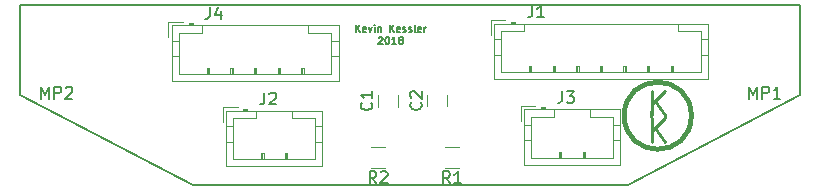
<source format=gto>
%TF.GenerationSoftware,KiCad,Pcbnew,4.0.7-e2-6376~58~ubuntu16.04.1*%
%TF.CreationDate,2018-01-05T22:29:52-05:00*%
%TF.ProjectId,GarageFrontPanel,47617261676546726F6E7450616E656C,rev?*%
%TF.FileFunction,Legend,Top*%
%FSLAX46Y46*%
G04 Gerber Fmt 4.6, Leading zero omitted, Abs format (unit mm)*
G04 Created by KiCad (PCBNEW 4.0.7-e2-6376~58~ubuntu16.04.1) date Fri Jan  5 22:29:52 2018*
%MOMM*%
%LPD*%
G01*
G04 APERTURE LIST*
%ADD10C,0.150000*%
%ADD11C,0.127000*%
%ADD12C,0.120000*%
%ADD13C,0.254000*%
%ADD14C,0.444500*%
G04 APERTURE END LIST*
D10*
D11*
X152900428Y-91197929D02*
X152900428Y-90597929D01*
X153243285Y-91197929D02*
X152986142Y-90855071D01*
X153243285Y-90597929D02*
X152900428Y-90940786D01*
X153729000Y-91169357D02*
X153671857Y-91197929D01*
X153557571Y-91197929D01*
X153500428Y-91169357D01*
X153471857Y-91112214D01*
X153471857Y-90883643D01*
X153500428Y-90826500D01*
X153557571Y-90797929D01*
X153671857Y-90797929D01*
X153729000Y-90826500D01*
X153757571Y-90883643D01*
X153757571Y-90940786D01*
X153471857Y-90997929D01*
X153957571Y-90797929D02*
X154100428Y-91197929D01*
X154243286Y-90797929D01*
X154471857Y-91197929D02*
X154471857Y-90797929D01*
X154471857Y-90597929D02*
X154443286Y-90626500D01*
X154471857Y-90655071D01*
X154500429Y-90626500D01*
X154471857Y-90597929D01*
X154471857Y-90655071D01*
X154757571Y-90797929D02*
X154757571Y-91197929D01*
X154757571Y-90855071D02*
X154786143Y-90826500D01*
X154843285Y-90797929D01*
X154929000Y-90797929D01*
X154986143Y-90826500D01*
X155014714Y-90883643D01*
X155014714Y-91197929D01*
X155757571Y-91197929D02*
X155757571Y-90597929D01*
X156100428Y-91197929D02*
X155843285Y-90855071D01*
X156100428Y-90597929D02*
X155757571Y-90940786D01*
X156586143Y-91169357D02*
X156529000Y-91197929D01*
X156414714Y-91197929D01*
X156357571Y-91169357D01*
X156329000Y-91112214D01*
X156329000Y-90883643D01*
X156357571Y-90826500D01*
X156414714Y-90797929D01*
X156529000Y-90797929D01*
X156586143Y-90826500D01*
X156614714Y-90883643D01*
X156614714Y-90940786D01*
X156329000Y-90997929D01*
X156843286Y-91169357D02*
X156900429Y-91197929D01*
X157014714Y-91197929D01*
X157071857Y-91169357D01*
X157100429Y-91112214D01*
X157100429Y-91083643D01*
X157071857Y-91026500D01*
X157014714Y-90997929D01*
X156929000Y-90997929D01*
X156871857Y-90969357D01*
X156843286Y-90912214D01*
X156843286Y-90883643D01*
X156871857Y-90826500D01*
X156929000Y-90797929D01*
X157014714Y-90797929D01*
X157071857Y-90826500D01*
X157329000Y-91169357D02*
X157386143Y-91197929D01*
X157500428Y-91197929D01*
X157557571Y-91169357D01*
X157586143Y-91112214D01*
X157586143Y-91083643D01*
X157557571Y-91026500D01*
X157500428Y-90997929D01*
X157414714Y-90997929D01*
X157357571Y-90969357D01*
X157329000Y-90912214D01*
X157329000Y-90883643D01*
X157357571Y-90826500D01*
X157414714Y-90797929D01*
X157500428Y-90797929D01*
X157557571Y-90826500D01*
X157928999Y-91197929D02*
X157871857Y-91169357D01*
X157843285Y-91112214D01*
X157843285Y-90597929D01*
X158386143Y-91169357D02*
X158329000Y-91197929D01*
X158214714Y-91197929D01*
X158157571Y-91169357D01*
X158129000Y-91112214D01*
X158129000Y-90883643D01*
X158157571Y-90826500D01*
X158214714Y-90797929D01*
X158329000Y-90797929D01*
X158386143Y-90826500D01*
X158414714Y-90883643D01*
X158414714Y-90940786D01*
X158129000Y-90997929D01*
X158671857Y-91197929D02*
X158671857Y-90797929D01*
X158671857Y-90912214D02*
X158700429Y-90855071D01*
X158729000Y-90826500D01*
X158786143Y-90797929D01*
X158843286Y-90797929D01*
X154800428Y-91682071D02*
X154828999Y-91653500D01*
X154886142Y-91624929D01*
X155028999Y-91624929D01*
X155086142Y-91653500D01*
X155114713Y-91682071D01*
X155143285Y-91739214D01*
X155143285Y-91796357D01*
X155114713Y-91882071D01*
X154771856Y-92224929D01*
X155143285Y-92224929D01*
X155514714Y-91624929D02*
X155571857Y-91624929D01*
X155629000Y-91653500D01*
X155657571Y-91682071D01*
X155686142Y-91739214D01*
X155714714Y-91853500D01*
X155714714Y-91996357D01*
X155686142Y-92110643D01*
X155657571Y-92167786D01*
X155629000Y-92196357D01*
X155571857Y-92224929D01*
X155514714Y-92224929D01*
X155457571Y-92196357D01*
X155429000Y-92167786D01*
X155400428Y-92110643D01*
X155371857Y-91996357D01*
X155371857Y-91853500D01*
X155400428Y-91739214D01*
X155429000Y-91682071D01*
X155457571Y-91653500D01*
X155514714Y-91624929D01*
X156286143Y-92224929D02*
X155943286Y-92224929D01*
X156114714Y-92224929D02*
X156114714Y-91624929D01*
X156057571Y-91710643D01*
X156000429Y-91767786D01*
X155943286Y-91796357D01*
X156629000Y-91882071D02*
X156571858Y-91853500D01*
X156543286Y-91824929D01*
X156514715Y-91767786D01*
X156514715Y-91739214D01*
X156543286Y-91682071D01*
X156571858Y-91653500D01*
X156629000Y-91624929D01*
X156743286Y-91624929D01*
X156800429Y-91653500D01*
X156829000Y-91682071D01*
X156857572Y-91739214D01*
X156857572Y-91767786D01*
X156829000Y-91824929D01*
X156800429Y-91853500D01*
X156743286Y-91882071D01*
X156629000Y-91882071D01*
X156571858Y-91910643D01*
X156543286Y-91939214D01*
X156514715Y-91996357D01*
X156514715Y-92110643D01*
X156543286Y-92167786D01*
X156571858Y-92196357D01*
X156629000Y-92224929D01*
X156743286Y-92224929D01*
X156800429Y-92196357D01*
X156829000Y-92167786D01*
X156857572Y-92110643D01*
X156857572Y-91996357D01*
X156829000Y-91939214D01*
X156800429Y-91910643D01*
X156743286Y-91882071D01*
X139065000Y-104140000D02*
X175895000Y-104140000D01*
X190500000Y-96520000D02*
X190500000Y-88900000D01*
X175895000Y-104140000D02*
X190500000Y-96520000D01*
X124460000Y-96520000D02*
X139065000Y-104140000D01*
X124460000Y-88900000D02*
X124460000Y-96520000D01*
X190500000Y-88900000D02*
X124460000Y-88900000D01*
D12*
X154725000Y-96528000D02*
X154725000Y-97528000D01*
X156425000Y-97528000D02*
X156425000Y-96528000D01*
X158916000Y-96508000D02*
X158916000Y-97508000D01*
X160616000Y-97508000D02*
X160616000Y-96508000D01*
X160389000Y-100974000D02*
X161589000Y-100974000D01*
X161589000Y-102734000D02*
X160389000Y-102734000D01*
X154166000Y-100974000D02*
X155366000Y-100974000D01*
X155366000Y-102734000D02*
X154166000Y-102734000D01*
X164574000Y-90529000D02*
X164574000Y-95229000D01*
X164574000Y-95229000D02*
X182674000Y-95229000D01*
X182674000Y-95229000D02*
X182674000Y-90529000D01*
X182674000Y-90529000D02*
X164574000Y-90529000D01*
X167124000Y-90529000D02*
X167124000Y-91129000D01*
X167124000Y-91129000D02*
X165174000Y-91129000D01*
X165174000Y-91129000D02*
X165174000Y-94629000D01*
X165174000Y-94629000D02*
X182074000Y-94629000D01*
X182074000Y-94629000D02*
X182074000Y-91129000D01*
X182074000Y-91129000D02*
X180124000Y-91129000D01*
X180124000Y-91129000D02*
X180124000Y-90529000D01*
X164574000Y-91829000D02*
X165174000Y-91829000D01*
X164574000Y-93129000D02*
X165174000Y-93129000D01*
X182674000Y-91829000D02*
X182074000Y-91829000D01*
X182674000Y-93129000D02*
X182074000Y-93129000D01*
X166324000Y-90529000D02*
X166324000Y-90329000D01*
X166324000Y-90329000D02*
X166024000Y-90329000D01*
X166024000Y-90329000D02*
X166024000Y-90529000D01*
X166324000Y-90429000D02*
X166024000Y-90429000D01*
X167524000Y-94629000D02*
X167524000Y-94129000D01*
X167524000Y-94129000D02*
X167724000Y-94129000D01*
X167724000Y-94129000D02*
X167724000Y-94629000D01*
X167624000Y-94629000D02*
X167624000Y-94129000D01*
X169524000Y-94629000D02*
X169524000Y-94129000D01*
X169524000Y-94129000D02*
X169724000Y-94129000D01*
X169724000Y-94129000D02*
X169724000Y-94629000D01*
X169624000Y-94629000D02*
X169624000Y-94129000D01*
X171524000Y-94629000D02*
X171524000Y-94129000D01*
X171524000Y-94129000D02*
X171724000Y-94129000D01*
X171724000Y-94129000D02*
X171724000Y-94629000D01*
X171624000Y-94629000D02*
X171624000Y-94129000D01*
X173524000Y-94629000D02*
X173524000Y-94129000D01*
X173524000Y-94129000D02*
X173724000Y-94129000D01*
X173724000Y-94129000D02*
X173724000Y-94629000D01*
X173624000Y-94629000D02*
X173624000Y-94129000D01*
X175524000Y-94629000D02*
X175524000Y-94129000D01*
X175524000Y-94129000D02*
X175724000Y-94129000D01*
X175724000Y-94129000D02*
X175724000Y-94629000D01*
X175624000Y-94629000D02*
X175624000Y-94129000D01*
X177524000Y-94629000D02*
X177524000Y-94129000D01*
X177524000Y-94129000D02*
X177724000Y-94129000D01*
X177724000Y-94129000D02*
X177724000Y-94629000D01*
X177624000Y-94629000D02*
X177624000Y-94129000D01*
X179524000Y-94629000D02*
X179524000Y-94129000D01*
X179524000Y-94129000D02*
X179724000Y-94129000D01*
X179724000Y-94129000D02*
X179724000Y-94629000D01*
X179624000Y-94629000D02*
X179624000Y-94129000D01*
X165524000Y-90229000D02*
X164274000Y-90229000D01*
X164274000Y-90229000D02*
X164274000Y-91479000D01*
X141905000Y-97895000D02*
X141905000Y-102595000D01*
X141905000Y-102595000D02*
X150005000Y-102595000D01*
X150005000Y-102595000D02*
X150005000Y-97895000D01*
X150005000Y-97895000D02*
X141905000Y-97895000D01*
X144455000Y-97895000D02*
X144455000Y-98495000D01*
X144455000Y-98495000D02*
X142505000Y-98495000D01*
X142505000Y-98495000D02*
X142505000Y-101995000D01*
X142505000Y-101995000D02*
X149405000Y-101995000D01*
X149405000Y-101995000D02*
X149405000Y-98495000D01*
X149405000Y-98495000D02*
X147455000Y-98495000D01*
X147455000Y-98495000D02*
X147455000Y-97895000D01*
X141905000Y-99195000D02*
X142505000Y-99195000D01*
X141905000Y-100495000D02*
X142505000Y-100495000D01*
X150005000Y-99195000D02*
X149405000Y-99195000D01*
X150005000Y-100495000D02*
X149405000Y-100495000D01*
X143655000Y-97895000D02*
X143655000Y-97695000D01*
X143655000Y-97695000D02*
X143355000Y-97695000D01*
X143355000Y-97695000D02*
X143355000Y-97895000D01*
X143655000Y-97795000D02*
X143355000Y-97795000D01*
X144855000Y-101995000D02*
X144855000Y-101495000D01*
X144855000Y-101495000D02*
X145055000Y-101495000D01*
X145055000Y-101495000D02*
X145055000Y-101995000D01*
X144955000Y-101995000D02*
X144955000Y-101495000D01*
X146855000Y-101995000D02*
X146855000Y-101495000D01*
X146855000Y-101495000D02*
X147055000Y-101495000D01*
X147055000Y-101495000D02*
X147055000Y-101995000D01*
X146955000Y-101995000D02*
X146955000Y-101495000D01*
X142855000Y-97595000D02*
X141605000Y-97595000D01*
X141605000Y-97595000D02*
X141605000Y-98845000D01*
X167114000Y-97768000D02*
X167114000Y-102468000D01*
X167114000Y-102468000D02*
X175214000Y-102468000D01*
X175214000Y-102468000D02*
X175214000Y-97768000D01*
X175214000Y-97768000D02*
X167114000Y-97768000D01*
X169664000Y-97768000D02*
X169664000Y-98368000D01*
X169664000Y-98368000D02*
X167714000Y-98368000D01*
X167714000Y-98368000D02*
X167714000Y-101868000D01*
X167714000Y-101868000D02*
X174614000Y-101868000D01*
X174614000Y-101868000D02*
X174614000Y-98368000D01*
X174614000Y-98368000D02*
X172664000Y-98368000D01*
X172664000Y-98368000D02*
X172664000Y-97768000D01*
X167114000Y-99068000D02*
X167714000Y-99068000D01*
X167114000Y-100368000D02*
X167714000Y-100368000D01*
X175214000Y-99068000D02*
X174614000Y-99068000D01*
X175214000Y-100368000D02*
X174614000Y-100368000D01*
X168864000Y-97768000D02*
X168864000Y-97568000D01*
X168864000Y-97568000D02*
X168564000Y-97568000D01*
X168564000Y-97568000D02*
X168564000Y-97768000D01*
X168864000Y-97668000D02*
X168564000Y-97668000D01*
X170064000Y-101868000D02*
X170064000Y-101368000D01*
X170064000Y-101368000D02*
X170264000Y-101368000D01*
X170264000Y-101368000D02*
X170264000Y-101868000D01*
X170164000Y-101868000D02*
X170164000Y-101368000D01*
X172064000Y-101868000D02*
X172064000Y-101368000D01*
X172064000Y-101368000D02*
X172264000Y-101368000D01*
X172264000Y-101368000D02*
X172264000Y-101868000D01*
X172164000Y-101868000D02*
X172164000Y-101368000D01*
X168064000Y-97468000D02*
X166814000Y-97468000D01*
X166814000Y-97468000D02*
X166814000Y-98718000D01*
X137302000Y-90656000D02*
X137302000Y-95356000D01*
X137302000Y-95356000D02*
X151402000Y-95356000D01*
X151402000Y-95356000D02*
X151402000Y-90656000D01*
X151402000Y-90656000D02*
X137302000Y-90656000D01*
X139852000Y-90656000D02*
X139852000Y-91256000D01*
X139852000Y-91256000D02*
X137902000Y-91256000D01*
X137902000Y-91256000D02*
X137902000Y-94756000D01*
X137902000Y-94756000D02*
X150802000Y-94756000D01*
X150802000Y-94756000D02*
X150802000Y-91256000D01*
X150802000Y-91256000D02*
X148852000Y-91256000D01*
X148852000Y-91256000D02*
X148852000Y-90656000D01*
X137302000Y-91956000D02*
X137902000Y-91956000D01*
X137302000Y-93256000D02*
X137902000Y-93256000D01*
X151402000Y-91956000D02*
X150802000Y-91956000D01*
X151402000Y-93256000D02*
X150802000Y-93256000D01*
X139052000Y-90656000D02*
X139052000Y-90456000D01*
X139052000Y-90456000D02*
X138752000Y-90456000D01*
X138752000Y-90456000D02*
X138752000Y-90656000D01*
X139052000Y-90556000D02*
X138752000Y-90556000D01*
X140252000Y-94756000D02*
X140252000Y-94256000D01*
X140252000Y-94256000D02*
X140452000Y-94256000D01*
X140452000Y-94256000D02*
X140452000Y-94756000D01*
X140352000Y-94756000D02*
X140352000Y-94256000D01*
X142252000Y-94756000D02*
X142252000Y-94256000D01*
X142252000Y-94256000D02*
X142452000Y-94256000D01*
X142452000Y-94256000D02*
X142452000Y-94756000D01*
X142352000Y-94756000D02*
X142352000Y-94256000D01*
X144252000Y-94756000D02*
X144252000Y-94256000D01*
X144252000Y-94256000D02*
X144452000Y-94256000D01*
X144452000Y-94256000D02*
X144452000Y-94756000D01*
X144352000Y-94756000D02*
X144352000Y-94256000D01*
X146252000Y-94756000D02*
X146252000Y-94256000D01*
X146252000Y-94256000D02*
X146452000Y-94256000D01*
X146452000Y-94256000D02*
X146452000Y-94756000D01*
X146352000Y-94756000D02*
X146352000Y-94256000D01*
X148252000Y-94756000D02*
X148252000Y-94256000D01*
X148252000Y-94256000D02*
X148452000Y-94256000D01*
X148452000Y-94256000D02*
X148452000Y-94756000D01*
X148352000Y-94756000D02*
X148352000Y-94256000D01*
X138252000Y-90356000D02*
X137002000Y-90356000D01*
X137002000Y-90356000D02*
X137002000Y-91606000D01*
D13*
X179070000Y-98171000D02*
X179070000Y-98425000D01*
X177901600Y-97917000D02*
X177901600Y-98425000D01*
D14*
X181274806Y-98298000D02*
G75*
G03X181274806Y-98298000I-2839806J0D01*
G01*
D10*
X154182143Y-97194666D02*
X154229762Y-97242285D01*
X154277381Y-97385142D01*
X154277381Y-97480380D01*
X154229762Y-97623238D01*
X154134524Y-97718476D01*
X154039286Y-97766095D01*
X153848810Y-97813714D01*
X153705952Y-97813714D01*
X153515476Y-97766095D01*
X153420238Y-97718476D01*
X153325000Y-97623238D01*
X153277381Y-97480380D01*
X153277381Y-97385142D01*
X153325000Y-97242285D01*
X153372619Y-97194666D01*
X154277381Y-96242285D02*
X154277381Y-96813714D01*
X154277381Y-96528000D02*
X153277381Y-96528000D01*
X153420238Y-96623238D01*
X153515476Y-96718476D01*
X153563095Y-96813714D01*
X158373143Y-97174666D02*
X158420762Y-97222285D01*
X158468381Y-97365142D01*
X158468381Y-97460380D01*
X158420762Y-97603238D01*
X158325524Y-97698476D01*
X158230286Y-97746095D01*
X158039810Y-97793714D01*
X157896952Y-97793714D01*
X157706476Y-97746095D01*
X157611238Y-97698476D01*
X157516000Y-97603238D01*
X157468381Y-97460380D01*
X157468381Y-97365142D01*
X157516000Y-97222285D01*
X157563619Y-97174666D01*
X157563619Y-96793714D02*
X157516000Y-96746095D01*
X157468381Y-96650857D01*
X157468381Y-96412761D01*
X157516000Y-96317523D01*
X157563619Y-96269904D01*
X157658857Y-96222285D01*
X157754095Y-96222285D01*
X157896952Y-96269904D01*
X158468381Y-96841333D01*
X158468381Y-96222285D01*
X160822334Y-104006381D02*
X160489000Y-103530190D01*
X160250905Y-104006381D02*
X160250905Y-103006381D01*
X160631858Y-103006381D01*
X160727096Y-103054000D01*
X160774715Y-103101619D01*
X160822334Y-103196857D01*
X160822334Y-103339714D01*
X160774715Y-103434952D01*
X160727096Y-103482571D01*
X160631858Y-103530190D01*
X160250905Y-103530190D01*
X161774715Y-104006381D02*
X161203286Y-104006381D01*
X161489000Y-104006381D02*
X161489000Y-103006381D01*
X161393762Y-103149238D01*
X161298524Y-103244476D01*
X161203286Y-103292095D01*
X154599334Y-104006381D02*
X154266000Y-103530190D01*
X154027905Y-104006381D02*
X154027905Y-103006381D01*
X154408858Y-103006381D01*
X154504096Y-103054000D01*
X154551715Y-103101619D01*
X154599334Y-103196857D01*
X154599334Y-103339714D01*
X154551715Y-103434952D01*
X154504096Y-103482571D01*
X154408858Y-103530190D01*
X154027905Y-103530190D01*
X154980286Y-103101619D02*
X155027905Y-103054000D01*
X155123143Y-103006381D01*
X155361239Y-103006381D01*
X155456477Y-103054000D01*
X155504096Y-103101619D01*
X155551715Y-103196857D01*
X155551715Y-103292095D01*
X155504096Y-103434952D01*
X154932667Y-104006381D01*
X155551715Y-104006381D01*
X167790667Y-88981381D02*
X167790667Y-89695667D01*
X167743047Y-89838524D01*
X167647809Y-89933762D01*
X167504952Y-89981381D01*
X167409714Y-89981381D01*
X168790667Y-89981381D02*
X168219238Y-89981381D01*
X168504952Y-89981381D02*
X168504952Y-88981381D01*
X168409714Y-89124238D01*
X168314476Y-89219476D01*
X168219238Y-89267095D01*
X145121667Y-96347381D02*
X145121667Y-97061667D01*
X145074047Y-97204524D01*
X144978809Y-97299762D01*
X144835952Y-97347381D01*
X144740714Y-97347381D01*
X145550238Y-96442619D02*
X145597857Y-96395000D01*
X145693095Y-96347381D01*
X145931191Y-96347381D01*
X146026429Y-96395000D01*
X146074048Y-96442619D01*
X146121667Y-96537857D01*
X146121667Y-96633095D01*
X146074048Y-96775952D01*
X145502619Y-97347381D01*
X146121667Y-97347381D01*
X170330667Y-96220381D02*
X170330667Y-96934667D01*
X170283047Y-97077524D01*
X170187809Y-97172762D01*
X170044952Y-97220381D01*
X169949714Y-97220381D01*
X170711619Y-96220381D02*
X171330667Y-96220381D01*
X170997333Y-96601333D01*
X171140191Y-96601333D01*
X171235429Y-96648952D01*
X171283048Y-96696571D01*
X171330667Y-96791810D01*
X171330667Y-97029905D01*
X171283048Y-97125143D01*
X171235429Y-97172762D01*
X171140191Y-97220381D01*
X170854476Y-97220381D01*
X170759238Y-97172762D01*
X170711619Y-97125143D01*
X140518667Y-89108381D02*
X140518667Y-89822667D01*
X140471047Y-89965524D01*
X140375809Y-90060762D01*
X140232952Y-90108381D01*
X140137714Y-90108381D01*
X141423429Y-89441714D02*
X141423429Y-90108381D01*
X141185333Y-89060762D02*
X140947238Y-89775048D01*
X141566286Y-89775048D01*
X186142476Y-96845381D02*
X186142476Y-95845381D01*
X186475810Y-96559667D01*
X186809143Y-95845381D01*
X186809143Y-96845381D01*
X187285333Y-96845381D02*
X187285333Y-95845381D01*
X187666286Y-95845381D01*
X187761524Y-95893000D01*
X187809143Y-95940619D01*
X187856762Y-96035857D01*
X187856762Y-96178714D01*
X187809143Y-96273952D01*
X187761524Y-96321571D01*
X187666286Y-96369190D01*
X187285333Y-96369190D01*
X188809143Y-96845381D02*
X188237714Y-96845381D01*
X188523428Y-96845381D02*
X188523428Y-95845381D01*
X188428190Y-95988238D01*
X188332952Y-96083476D01*
X188237714Y-96131095D01*
X126198476Y-96845381D02*
X126198476Y-95845381D01*
X126531810Y-96559667D01*
X126865143Y-95845381D01*
X126865143Y-96845381D01*
X127341333Y-96845381D02*
X127341333Y-95845381D01*
X127722286Y-95845381D01*
X127817524Y-95893000D01*
X127865143Y-95940619D01*
X127912762Y-96035857D01*
X127912762Y-96178714D01*
X127865143Y-96273952D01*
X127817524Y-96321571D01*
X127722286Y-96369190D01*
X127341333Y-96369190D01*
X128293714Y-95940619D02*
X128341333Y-95893000D01*
X128436571Y-95845381D01*
X128674667Y-95845381D01*
X128769905Y-95893000D01*
X128817524Y-95940619D01*
X128865143Y-96035857D01*
X128865143Y-96131095D01*
X128817524Y-96273952D01*
X128246095Y-96845381D01*
X128865143Y-96845381D01*
D13*
X177902810Y-98201238D02*
X177902810Y-96169238D01*
X179063952Y-98201238D02*
X178193095Y-97040095D01*
X179063952Y-96169238D02*
X177902810Y-97330381D01*
X177902810Y-100487238D02*
X177902810Y-98455238D01*
X179063952Y-100487238D02*
X178193095Y-99326095D01*
X179063952Y-98455238D02*
X177902810Y-99616381D01*
M02*

</source>
